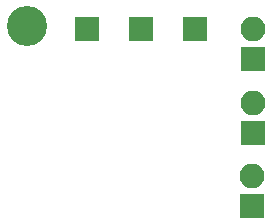
<source format=gbr>
G04 #@! TF.GenerationSoftware,KiCad,Pcbnew,(5.0.0)*
G04 #@! TF.CreationDate,2019-01-08T23:41:56-05:00*
G04 #@! TF.ProjectId,Relay Breakout,52656C617920427265616B6F75742E6B,rev?*
G04 #@! TF.SameCoordinates,Original*
G04 #@! TF.FileFunction,Soldermask,Bot*
G04 #@! TF.FilePolarity,Negative*
%FSLAX46Y46*%
G04 Gerber Fmt 4.6, Leading zero omitted, Abs format (unit mm)*
G04 Created by KiCad (PCBNEW (5.0.0)) date 01/08/19 23:41:56*
%MOMM*%
%LPD*%
G01*
G04 APERTURE LIST*
%ADD10R,2.100000X2.100000*%
%ADD11O,2.100000X2.100000*%
%ADD12C,3.400000*%
G04 APERTURE END LIST*
D10*
G04 #@! TO.C,J2*
X129352040Y-84251800D03*
D11*
X129352040Y-81711800D03*
G04 #@! TD*
G04 #@! TO.C,J3*
X129346960Y-87970360D03*
D10*
X129346960Y-90510360D03*
G04 #@! TD*
G04 #@! TO.C,J4*
X129311400Y-96748600D03*
D11*
X129311400Y-94208600D03*
G04 #@! TD*
D10*
G04 #@! TO.C,J5*
X124444760Y-81701640D03*
G04 #@! TD*
G04 #@! TO.C,J6*
X119893080Y-81711800D03*
G04 #@! TD*
G04 #@! TO.C,J7*
X115341400Y-81742280D03*
G04 #@! TD*
D12*
G04 #@! TO.C,REF\002A\002A*
X110210600Y-81447640D03*
G04 #@! TD*
M02*

</source>
